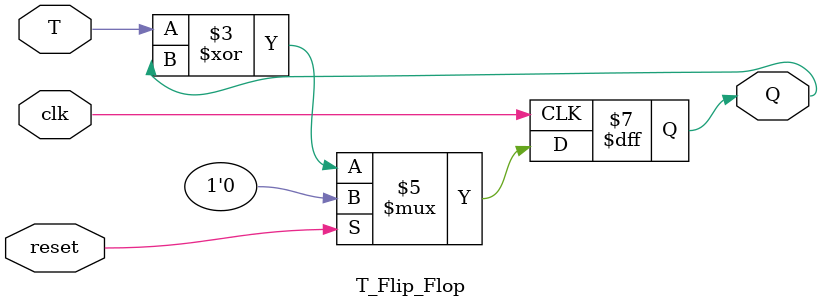
<source format=v>
module T_Flip_Flop(Q, T, clk, reset);
output reg Q;
input T, clk, reset;

always @(posedge clk) begin
    if (reset == 1'b1)
        Q <= 1'b0;
    else 
        Q <= T^Q;
end


endmodule
</source>
